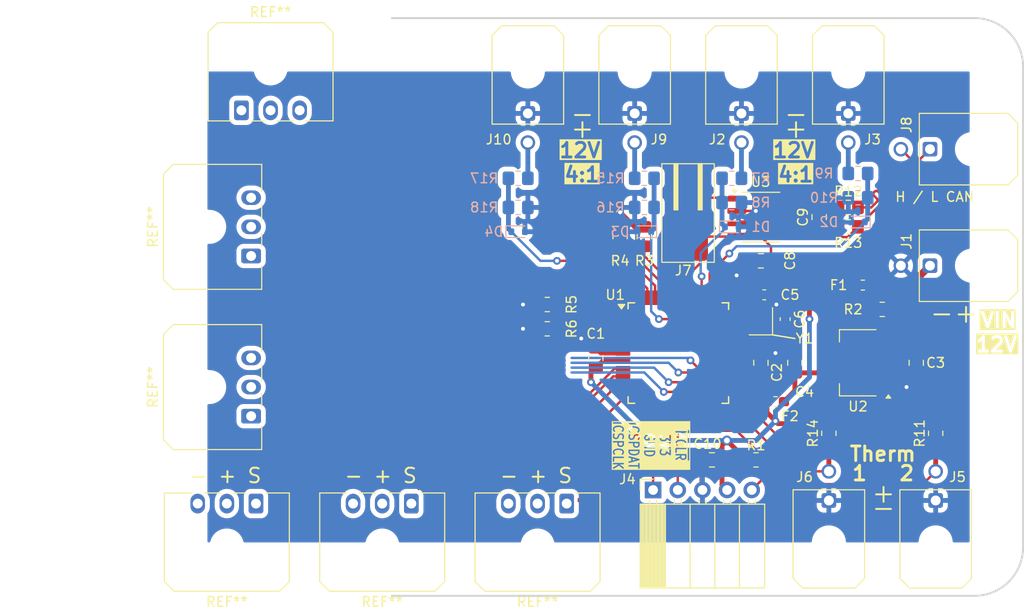
<source format=kicad_pcb>
(kicad_pcb (version 20240108) (generator "pcbnew") (generator_version "8.0")
  (layers (0 "F.Cu" signal) (31 "B.Cu" signal) (34 "B.Paste" user) (35 "F.Paste" user) (36 "B.SilkS" user "B.Silkscreen") (37 "F.SilkS" user "F.Silkscreen") (38 "B.Mask" user) (39 "F.Mask" user) (44 "Edge.Cuts" user))
  (net 0 "")
  (net 1 "GND")
  (net 2 "+3V3")
  (net 3 "/CLK+")
  (net 4 "/CLK-")
  (net 5 "+12V")
  (net 6 "Net-(J2-Pin_2)")
  (net 7 "Net-(J3-Pin_2)")
  (net 8 "Net-(U1-RD2)")
  (net 9 "Net-(U1-RD3)")
  (net 10 "/~{MCLR}")
  (net 11 "/CAN_RX")
  (net 12 "Net-(U1-RD4)")
  (net 13 "Net-(U1-RD5)")
  (net 15 "/ICSPDAT")
  (net 16 "unconnected-(U1-RB5-Pad15)")
  (net 17 "/CAN_TX")
  (net 18 "unconnected-(U1-RC5-Pad43)")
  (net 21 "unconnected-(U1-RA5-Pad24)")
  (net 22 "unconnected-(U1-RA0-Pad19)")
  (net 24 "unconnected-(U1-RB4-Pad14)")
  (net 29 "unconnected-(U1-RB3-Pad11)")
  (net 30 "/ICSPCLK")
  (net 32 "unconnected-(U1-RA2-Pad21)")
  (net 33 "unconnected-(U1-RB2-Pad10)")
  (net 34 "unconnected-(U1-RA1-Pad20)")
  (net 36 "/Unfused 3V3")
  (net 37 "Net-(F1-Pad2)")
  (net 38 "/CAN+")
  (net 39 "/CAN-")
  (net 40 "/Decoupling")
  (net 41 "/4:1 P{slash}D 1")
  (net 42 "/4:1 P{slash}D 2")
  (net 44 "Net-(J1-Pin_1)")
  (net 45 "/Therm 2")
  (net 46 "/Therm 1")
  (net 47 "unconnected-(U1-RB1-Pad9)")
  (net 48 "unconnected-(U1-RB0-Pad8)")
  (net 49 "unconnected-(U1-RC7-Pad1)")
  (net 50 "unconnected-(U1-RC6-Pad44)")
  (net 51 "/4:1 P{slash}D 3")
  (net 52 "/4:1 P{slash}D 4")
  (net 53 "Net-(J9-Pin_2)")
  (net 54 "Net-(J10-Pin_2)")
  (footprint "Resistor_SMD:R_0805_2012Metric_Pad1.20x1.40mm_HandSolder" (layer "F.Cu") (at 136.5 95 180)
    (property "Reference" "R5")
    (property "Value" "0")
  )
  (footprint "Resistor_SMD:R_0805_2012Metric_Pad1.20x1.40mm_HandSolder" (layer "F.Cu") (at 136.5 97.5 180)
    (property "Reference" "R6")
    (property "Value" "0")
  )
  (footprint "Capacitor_SMD:C_0805_2012Metric_Pad1.18x1.45mm_HandSolder" (layer "F.Cu") (at 164.5 86 90)
    (property "Reference" "C9")
    (property "Value" "4n7")
  )
  (footprint "Resistor_SMD:R_0805_2012Metric_Pad1.20x1.40mm_HandSolder" (layer "F.Cu") (at 176.5 108.265 90)
    (property "Reference" "R11")
    (property "Value" "10k")
  )
  (footprint "Connector_Molex:Molex_Micro-Fit_3.0_43045-0200_2x01_P3.00mm_Horizontal" (layer "F.Cu") (at 175.915 79 -90)
    (property "Reference" "J8")
    (property "Value" "Conn_01x02_Pin")
  )
  (footprint "Connector_Molex:Molex_Micro-Fit_3.0_43045-0200_2x01_P3.00mm_Horizontal" (layer "F.Cu") (at 156.5 75.32)
    (property "Reference" "J2")
    (property "Value" "Conn_01x02_Pin")
  )
  (footprint "Package_QFP:TQFP-44_10x10mm_P0.8mm" (layer "F.Cu") (at 150 100)
    (property "Reference" "U1")
    (property "Value" "PIC18F47Q84-I/PT")
  )
  (footprint "Capacitor_SMD:C_0805_2012Metric_Pad1.18x1.45mm_HandSolder" (layer "F.Cu") (at 158.5 101 90)
    (property "Reference" "C2")
    (property "Value" "100n")
  )
  (footprint "Package_TO_SOT_SMD:SOT-223-3_TabPin2" (layer "F.Cu") (at 168.5 101 180)
    (property "Reference" "U2")
    (property "Value" "AZ1117CH-3.3TRG1")
  )
  (footprint "Fuse:Fuse_0603_1608Metric_Pad1.05x0.95mm_HandSolder" (layer "F.Cu") (at 169 93 180)
    (property "Reference" "F1")
    (property "Value" "T0603FF0250TM")
  )
  (footprint "Resistor_SMD:R_0805_2012Metric_Pad1.20x1.40mm_HandSolder" (layer "F.Cu") (at 158 111 180)
    (property "Reference" "R1")
    (property "Value" "10k")
  )
  (footprint "Connector_Molex:Molex_Micro-Fit_3.0_43045-0200_2x01_P3.00mm_Horizontal" (layer "F.Cu") (at 176.5 115.18 180)
    (property "Reference" "J5")
    (property "Value" "Conn_01x02_Pin")
  )
  (footprint "Connector_Molex:Molex_Micro-Fit_3.0_43045-0200_2x01_P3.00mm_Horizontal" (layer "F.Cu") (at 165.5 115.18 180)
    (property "Reference" "J6")
    (property "Value" "Conn_01x02_Pin")
  )
  (footprint "Capacitor_SMD:C_0805_2012Metric_Pad1.18x1.45mm_HandSolder" (layer "F.Cu") (at 153.4625 111 180)
    (property "Reference" "C10")
    (property "Value" "10u")
  )
  (footprint "Capacitor_SMD:C_0603_1608Metric_Pad1.08x0.95mm_HandSolder" (layer "F.Cu") (at 161 96.5 90)
    (property "Reference" "C6")
    (property "Value" "10p")
  )
  (footprint "Resistor_SMD:R_0805_2012Metric_Pad1.20x1.40mm_HandSolder" (layer "F.Cu") (at 167.5 85)
    (property "Reference" "R12")
    (property "Value" "60R")
  )
  (footprint "Connector_Molex:Molex_Micro-Fit_3.0_43045-0200_2x01_P3.00mm_Horizontal" (layer "F.Cu") (at 175.915 91 -90)
    (property "Reference" "J1")
    (property "Value" "Conn_01x02_Pin")
  )
  (footprint "Capacitor_SMD:C_0805_2012Metric_Pad1.18x1.45mm_HandSolder" (layer "F.Cu") (at 174.5 101 -90)
    (property "Reference" "C3")
    (property "Value" "10u")
  )
  (footprint "Connector_Molex:Molex_Micro-Fit_3.0_43650-0300_1x03_P3.00mm_Horizontal" (layer "F.Cu") (at 106 106.5 90)
    (property "Reference" "REF**")
    (property "Value" "Molex_Micro-Fit_3.0_43650-0300_1x03_P3.00mm_Horizontal")
  )
  (footprint "Connector_PinSocket_2.54mm:PinSocket_1x05_P2.54mm_Horizontal" (layer "F.Cu") (at 147.4 114.1 90)
    (property "Reference" "J4")
    (property "Value" "Conn_01x05_Pin")
  )
  (footprint "Connector_Molex:Molex_Micro-Fit_3.0_43045-0200_2x01_P3.00mm_Horizontal" (layer "F.Cu") (at 145.5 75.32)
    (property "Reference" "J9")
    (property "Value" "Conn_01x02_Pin")
  )
  (footprint "Connector_Molex:Molex_Micro-Fit_3.0_43045-0200_2x01_P3.00mm_Horizontal" (layer "F.Cu") (at 134.5 75.32)
    (property "Reference" "J10")
    (property "Value" "Conn_01x02_Pin")
  )
  (footprint "Connector_Molex:Molex_Micro-Fit_3.0_43650-0300_1x03_P3.00mm_Horizontal" (layer "F.Cu") (at 106.5 115.5 180)
    (property "Reference" "REF**")
    (property "Value" "Molex_Micro-Fit_3.0_43650-0300_1x03_P3.00mm_Horizontal")
  )
  (footprint "Fuse:Fuse_0603_1608Metric_Pad1.05x0.95mm_HandSolder" (layer "F.Cu") (at 160 105 180)
    (property "Reference" "F2")
    (property "Value" "T0603FF0250TM")
  )
  (footprint "Resistor_SMD:R_0805_2012Metric_Pad1.20x1.40mm_HandSolder" (layer "F.Cu") (at 171 95.5)
    (property "Reference" "R2")
    (property "Value" "12")
  )
  (footprint "Connector_Molex:Molex_Micro-Fit_3.0_43650-0300_1x03_P3.00mm_Horizontal" (layer "F.Cu") (at 106 90 90)
    (property "Reference" "REF**")
    (property "Value" "Molex_Micro-Fit_3.0_43650-0300_1x03_P3.00mm_Horizontal")
  )
  (footprint "Capacitor_SMD:C_0805_2012Metric_Pad1.18x1.45mm_HandSolder" (layer "F.Cu") (at 158.5 90.5)
    (property "Reference" "C8")
    (property "Value" "100n")
  )
  (footprint "Crystal:Crystal_SMD_SeikoEpson_FA128-4Pin_2.0x1.6mm" (layer "F.Cu") (at 158.5 96.725 90)
    (property "Reference" "Y1")
    (property "Value" "40MHz")
  )
  (footprint "Capacitor_SMD:C_0603_1608Metric_Pad1.08x0.95mm_HandSolder" (layer "F.Cu") (at 158.85 94)
    (property "Reference" "C5")
    (property "Value" "10p")
  )
  (footprint "Connector_Molex:Molex_Micro-Fit_3.0_43650-0300_1x03_P3.00mm_Horizontal" (layer "F.Cu") (at 105 75)
    (property "Reference" "REF**")
    (property "Value" "Molex_Micro-Fit_3.0_43650-0300_1x03_P3.00mm_Horizontal")
  )
  (footprint "Resistor_SMD:R_0805_2012Metric_Pad1.20x1.40mm_HandSolder" (layer "F.Cu") (at 146.5 88 90)
    (property "Reference" "R3")
    (property "Value" "0")
  )
  (footprint "Connector_Molex:Molex_Micro-Fit_3.0_43650-0300_1x03_P3.00mm_Horizontal" (layer "F.Cu") (at 122.5 115.5 180)
    (property "Reference" "REF**")
    (property "Value" "Molex_Micro-Fit_3.0_43650-0300_1x03_P3.00mm_Horizontal")
  )
  (footprint "Capacitor_SMD:C_0805_2012Metric_Pad1.18x1.45mm_HandSolder" (layer "F.Cu") (at 141.5 100.5 90)
    (property "Reference" "C1")
    (property "Value" "100n")
  )
  (footprint "Resistor_SMD:R_0805_2012Metric_Pad1.20x1.40mm_HandSolder" (layer "F.Cu") (at 165.5 108.265 90)
    (property "Reference" "R14")
    (property "Value" "10k")
  )
  (footprint "Resistor_SMD:R_0805_2012Metric_Pad1.20x1.40mm_HandSolder" (layer "F.Cu") (at 144 88 90)
    (property "Reference" "R4")
    (property "Value" "0")
  )
  (footprint "Connector_Molex:Molex_Micro-Fit_3.0_43650-0300_1x03_P3.00mm_Horizontal" (layer "F.Cu") (at 138.5 115.5 180)
    (property "Reference" "REF**")
    (property "Value" "Molex_Micro-Fit_3.0_43650-0300_1x03_P3.00mm_Horizontal")
  )
  (footprint "Capacitor_SMD:C_0805_2012Metric_Pad1.18x1.45mm_HandSolder" (layer "F.Cu") (at 162 101 90)
    (property "Reference" "C4")
    (property "Value" "10u")
  )
  (footprint "Connector_Molex:Molex_Micro-Fit_3.0_43045-0200_2x01_P3.00mm_Horizontal" (layer "F.Cu") (at 167.5 75.32)
    (property "Reference" "J3")
    (property "Value" "Conn_01x02_Pin")
  )
  (footprint "sufst-lib:Conn2_SMD" (layer "F.Cu") (at 151 88)
    (property "Reference" "J7")
    (property "Value" "Conn_01x02_Pin")
  )
  (footprint "Package_SO:SOIC-8_3.9x4.9mm_P1.27mm" (layer "F.Cu") (at 158.5 86)
    (property "Reference" "U3")
    (property "Value" "MAX3051ESA+")
  )
  (footprint "Resistor_SMD:R_0805_2012Metric_Pad1.20x1.40mm_HandSolder" (layer "F.Cu") (at 167.5 87 180)
    (property "Reference" "R13")
    (property "Value" "60R")
  )
  (footprint "Resistor_SMD:R_0805_2012Metric_Pad1.20x1.40mm_HandSolder" (layer "B.Cu") (at 133.5 85 180)
    (property "Reference" "R18")
    (property "Value" "10k")
  )
  (footprint "Diode_SMD:D_SOD-523" (layer "B.Cu") (at 155.5 87)
    (property "Reference" "D1")
    (property "Value" "BZT585B3V3T-7")
  )
  (footprint "Resistor_SMD:R_0805_2012Metric_Pad1.20x1.40mm_HandSolder" (layer "B.Cu") (at 168.5 81.5 180)
    (property "Reference" "R9")
    (property "Value" "40k")
  )
  (footprint "Diode_SMD:D_SOD-523" (layer "B.Cu") (at 133.5 87.5)
    (property "Reference" "D4")
    (property "Value" "BZT585B3V3T-7")
  )
  (footprint "Resistor_SMD:R_0805_2012Metric_Pad1.20x1.40mm_HandSolder" (layer "B.Cu") (at 155.5 82)
    (property "Reference" "R7")
    (property "Value" "40k")
  )
  (footprint "Diode_SMD:D_SOD-523" (layer "B.Cu") (at 146.5 87.5 180)
    (property "Reference" "D3")
    (property "Value" "BZT585B3V3T-7")
  )
  (footprint "Resistor_SMD:R_0805_2012Metric_Pad1.20x1.40mm_HandSolder" (layer "B.Cu") (at 155.5 84.5 180)
    (property "Reference" "R8")
    (property "Value" "10k")
  )
  (footprint "Resistor_SMD:R_0805_2012Metric_Pad1.20x1.40mm_HandSolder" (layer "B.Cu") (at 133.5 82)
    (property "Reference" "R17")
    (property "Value" "40k")
  )
  (footprint "Resistor_SMD:R_0805_2012Metric_Pad1.20x1.40mm_HandSolder" (layer "B.Cu") (at 146.5 85)
    (property "Reference" "R16")
    (property "Value" "10k")
  )
  (footprint "Diode_SMD:D_SOD-523" (layer "B.Cu") (at 168.5 86.5 180)
    (property "Reference" "D2")
    (property "Value" "BZT585B3V3T-7")
  )
  (footprint "Resistor_SMD:R_0805_2012Metric_Pad1.20x1.40mm_HandSolder" (layer "B.Cu") (at 168.5 84)
    (property "Reference" "R10")
    (property "Value" "10k")
  )
  (footprint "Resistor_SMD:R_0805_2012Metric_Pad1.20x1.40mm_HandSolder" (layer "B.Cu") (at 146.5 82 180)
    (property "Reference" "R15")
    (property "Value" "40k")
  )
  (gr_line (start 162 98.5) (end 159.7 98.125) (stroke (width 0.15)) (layer "F.SilkS"))
  (gr_arc (start 180.5 65.5) (mid 184.035534 66.964466) (end 185.5 70.5) (stroke (width 0.2)) (layer "Edge.Cuts"))
  (gr_line (start 180.5 125) (end 120.5 125) (stroke (width 0.2)) (layer "Edge.Cuts"))
  (gr_line (start 185.5 70.5) (end 185.5 120) (stroke (width 0.2)) (layer "Edge.Cuts"))
  (gr_arc (start 185.5 120) (mid 184.035534 123.535534) (end 180.5 125) (stroke (width 0.2)) (layer "Edge.Cuts"))
  (gr_line (start 180.5 65.5) (end 120.5 65.5) (stroke (width 0.2)) (layer "Edge.Cuts"))
  (gr_text "+" (at 138.75 78 0) (layer "F.SilkS") (effects (font (size 2 2) (thickness 0.2) (bold yes)) (justify left bottom)))
  (gr_text "- + S" (at 131.5 113.5 0) (layer "F.SilkS") (effects (font (size 1.5 1.5) (thickness 0.2) (bold yes)) (justify left bottom)))
  (gr_text "-" (at 138.75 76.5 0) (layer "F.SilkS") (effects (font (size 2 2) (thickness 0.2) (bold yes)) (justify left bottom)))
  (gr_text "+" (at 172.5 113.535 180) (layer "F.SilkS") (effects (font (size 2 2) (thickness 0.2) (bold yes)) (justify left bottom)))
  (gr_text "~{MCLR}\n3V3\nGND\nICSPDAT\nICSPCLK" (at 147 109.5 -90) (layer "F.SilkS" knockout) (effects (font (size 1 0.8) (thickness 0.15) (bold yes))))
  (gr_text "VIN" (at 181 97.5 0) (layer "F.SilkS" knockout) (effects (font (size 1.5 1.5) (thickness 0.3) (bold yes)) (justify left bottom)))
  (gr_text "+" (at 181 95 180) (layer "F.SilkS") (effects (font (size 2 2) (thickness 0.2) (bold yes)) (justify left bottom)))
  (gr_text "Therm" (at 167.5 111.265 0) (layer "F.SilkS") (effects (font (size 1.5 1.5) (thickness 0.3) (bold yes)) (justify left bottom)))
  (gr_text "+" (at 160.75 78 0) (layer "F.SilkS") (effects (font (size 2 2) (thickness 0.2) (bold yes)) (justify left bottom)))
  (gr_text "12V" (at 159.6 80 0) (layer "F.SilkS" knockout) (effects (font (size 1.5 1.5) (thickness 0.3) (bold yes)) (justify left bottom)))
  (gr_text "-" (at 160.75 76.5 0) (layer "F.SilkS") (effects (font (size 2 2) (thickness 0.2) (bold yes)) (justify left bottom)))
  (gr_text "4:1" (at 138.1 82.5 0) (layer "F.SilkS" knockout) (effects (font (size 1.5 1.5) (thickness 0.3) (bold yes)) (justify left bottom)))
  (gr_text "4:1" (at 160.1 82.5 0) (layer "F.SilkS" knockout) (effects (font (size 1.5 1.5) (thickness 0.3) (bold yes)) (justify left bottom)))
  (gr_text "- + S" (at 99.5 113.5 0) (layer "F.SilkS") (effects (font (size 1.5 1.5) (thickness 0.2) (bold yes)) (justify left bottom)))
  (gr_text "- + S" (at 115.5 113.5 0) (layer "F.SilkS") (effects (font (size 1.5 1.5) (thickness 0.2) (bold yes)) (justify left bottom)))
  (gr_text "12V" (at 180.5 100 0) (layer "F.SilkS" knockout) (effects (font (size 1.5 1.5) (thickness 0.3) (bold yes)) (justify left bottom)))
  (gr_text "-" (at 172.5 115.035 180) (layer "F.SilkS") (effects (font (size 2 2) (thickness 0.2) (bold yes)) (justify left bottom)))
  (gr_text "H / L CAN" (at 172.25 84.5 0) (layer "F.SilkS") (effects (font (size 1 1)) (justify left bottom)))
  (gr_text "12V" (at 137.6 80 0) (layer "F.SilkS" knockout) (effects (font (size 1.5 1.5) (thickness 0.3) (bold yes)) (justify left bottom)))
  (gr_text "1   2" (at 167.75 113.265 0) (layer "F.SilkS") (effects (font (size 1.5 1.5) (thickness 0.3) (bold yes)) (justify left bottom)))
  (gr_text "-" (at 178.5 95 180) (layer "F.SilkS") (effects (font (size 2 2) (thickness 0.2) (bold yes)) (justify left bottom)))
  (segment (start 160.1 94.3875) (end 159.7125 94) (width 0.25) (layer "F.Cu") (net 1))
  (segment (start 155.7 99.2) (end 157.7375 99.2) (width 0.5) (layer "F.Cu") (net 1))
  (segment (start 156 91.9625) (end 157.4625 90.5) (width 0.5) (layer "F.Cu") (net 1))
  (segment (start 171.85 103.5) (end 171.65 103.3) (width 0.75) (layer "F.Cu") (net 1))
  (segment (start 152.425 114.045) (end 152.48 114.1) (width 0.5) (layer "F.Cu") (net 1))
  (segment (start 163.53625 85.92625) (end 164.5 84.9625) (width 0.25) (layer "F.Cu") (net 1))
  (segment (start 163.4725 85.99) (end 158.6 85.99) (width 0.25) (layer "F.Cu") (net 1))
  (segment (start 160.1 95) (end 160.1 94.3875) (width 0.25) (layer "F.Cu") (net 1))
  (segment (start 160.1 95) (end 160.7375 95.6375) (width 0.25) (layer "F.Cu") (net 1))
  (segment (start 160.075 95) (end 160.1 95) (width 0.25) (layer "F.Cu") (net 1))
  (segment (start 160 100) (end 159.9625 99.9625) (width 0.5) (layer "F.Cu") (net 1))
  (segment (start 157.975 85.365) (end 159.245 84.095) (width 0.25) (layer "F.Cu") (net 1))
  (segment (start 142.0375 100) (end 141.5 99.4625) (width 0.5) (layer "F.Cu") (net 1))
  (segment (start 162 99.9625) (end 160.0375 99.9625) (width 0.5) (layer "F.Cu") (net 1))
  (segment (start 160.0375 99.9625) (end 160 100) (width 0.5) (layer "F.Cu") (net 1))
  (segment (start 159.075 95.922304) (end 159.075 95.775) (width 0.2) (layer "F.Cu") (net 1))
  (segment (start 174.5 102.5) (end 174.5 102.0375) (width 0.75) (layer "F.Cu") (net 1))
  (segment (start 163.4625 86) (end 163.53625 85.92625) (width 0.25) (layer "F.Cu") (net 1))
  (segment (start 158.6 85.99) (end 157.975 85.365) (width 0.25) (layer "F.Cu") (net 1))
  (segment (start 159.075 95.775) (end 159.225 95.775) (width 0.2) (layer "F.Cu") (net 1))
  (segment (start 157.925 97.45) (end 157.925 97.33266) (width 0.2) (layer "F.Cu") (net 1))
  (segment (start 157.925 97.33266) (end 159.075 96.18266) (width 0.2) (layer "F.Cu") (net 1))
  (segment (start 135.5 95) (end 134 95) (width 0.5) (layer "F.Cu") (net 1))
  (segment (start 173.5 103.5) (end 174.5 102.5) (width 0.75) (layer "F.Cu") (net 1))
  (segment (start 156 92) (end 156 91.9625) (width 0.5) (layer "F.Cu") (net 1))
  (segment (start 156.025 85.365) (end 157.975 85.365) (width 0.25) (layer "F.Cu") (net 1))
  (segment (start 157.7375 99.2) (end 158.5 99.9625) (width 0.5) (layer "F.Cu") (net 1))
  (segment (start 144.3 100) (end 142.0375 100) (width 0.5) (layer "F.Cu") (net 1))
  (segment (start 140.9625 99.4625) (end 141.5 99.4625) (width 0.5) (layer "F.Cu") (net 1))
  (segment (start 152.425 111) (end 152.425 114.045) (width 0.5) (layer "F.Cu") (net 1))
  (segment (start 173.5 103.5) (end 171.85 103.5) (width 0.75) (layer "F.Cu") (net 1))
  (segment (start 135.5 97.5) (end 134 97.5) (width 0.5) (layer "F.Cu") (net 1))
  (segment (start 159.075 96) (end 160.075 95) (width 0.25) (layer "F.Cu") (net 1))
  (segment (start 159.9625 99.9625) (end 158.5 99.9625) (width 0.5) (layer "F.Cu") (net 1))
  (segment (start 144 87) (end 144 85.5) (width 0.5) (layer "F.Cu") (net 1))
  (segment (start 159.075 96.18266) (end 159.075 96) (width 0.2) (layer "F.Cu") (net 1))
  (segment (start 140 98.5) (end 140.9625 99.4625) (width 0.5) (layer "F.Cu") (net 1))
  (segment (start 163.53625 85.92625) (end 163.4725 85.99) (width 0.25) (layer "F.Cu") (net 1))
  (segment (start 160.7375 95.6375) (end 161 95.6375) (width 0.25) (layer "F.Cu") (net 1))
  (segment (start 146.5 87) (end 145.5 87) (width 0.5) (layer "F.Cu") (net 1))
  (segment (start 159.245 84.095) (end 160.975 84.095) (width 0.25) (layer "F.Cu") (net 1))
  (segment (start 145.5 87) (end 144 85.5) (width 0.5) (layer "F.Cu") (net 1))
  (segment (start 159.075 95.775) (end 159.075 95.927696) (width 0.25) (layer "F.Cu") (net 1))
  (via (at 156 92) (size 0.8) (drill 0.4) (layers "F.Cu" "B.Cu") (net 1))
  (via (at 157.975 85.365) (size 0.8) (drill 0.4) (layers "F.Cu" "B.Cu") (net 1))
  (via (at 140 98.5) (size 0.8) (drill 0.4) (layers "F.Cu" "B.Cu") (net 1))
  (via (at 160 100) (size 0.8) (drill 0.4) (layers "F.Cu" "B.Cu") (net 1))
  (via (at 134 97.5) (size 0.8) (drill 0.4) (layers "F.Cu" "B.Cu") (net 1))
  (via (at 173.5 103.5) (size 0.8) (drill 0.4) (layers "F.Cu" "B.Cu") (net 1))
  (via (at 134 95) (size 0.8) (drill 0.4) (layers "F.Cu" "B.Cu") (net 1))
  (via (at 144 85.5) (size 0.8) (drill 0.4) (layers "F.Cu" "B.Cu") (net 1))
  (via (at 160.1 95) (size 0.8) (drill 0.4) (layers "F.Cu" "B.Cu") (net 1))
  (segment (start 140.999847 102.999847) (end 140.999847 102.037653) (width 0.5) (layer "F.Cu") (net 2))
  (segment (start 155.7 100) (end 156.8875 100) (width 0.5) (layer "F.Cu") (net 2))
  (segment (start 141.5 101.5375) (end 142.2375 100.8) (width 0.5) (layer "F.Cu") (net 2))
  (segment (start 158.5 102.0375) (end 158.5 104.375) (width 0.5) (layer "F.Cu") (net 2))
  (segment (start 158.512653 102.050153) (end 158.5 102.0375) (width 0.5) (layer "F.Cu") (net 2))
  (segment (start 159.5375 89.0375) (end 157.135 86.635) (width 0.25) (layer "F.Cu") (net 2))
  (segment (start 162 90.5) (end 163.5 92) (width 0.5) (layer "F.Cu") (net 2))
  (segment (start 155 109) (end 157 111) (width 0.5) (layer "F.Cu") (net 2))
  (segment (start 154.5 109.5) (end 155 109) (width 0.5) (layer "F.Cu") (net 2))
  (segment (start 159.5375 90.5) (end 159.5375 89.0375) (width 0.25) (layer "F.Cu") (net 2))
  (segment (start 159.5375 90.5) (end 162 90.5) (width 0.5) (layer "F.Cu") (net 2))
  (segment (start 160.265 107.265) (end 165.5 107.265) (width 0.5) (layer "F.Cu") (net 2))
  (segment (start 158.5 102.0375) (end 158.5 102) (width 0.5) (layer "F.Cu") (net 2))
  (segment (start 157.325 100.4375) (end 157.325 100.8625) (width 0.5) (layer "F.Cu") (net 2))
  (segment (start 142.2375 100.8) (end 144.3 100.8) (width 0.5) (layer "F.Cu") (net 2))
  (segment (start 159.125 106.125) (end 160 107) (width 0.5) (layer "F.Cu") (net 2))
  (segment (start 176.5 107.265) (end 165.5 107.265) (width 0.5) (layer "F.Cu") (net 2))
  (segment (start 155.02 114.1) (end 154.5 113.58) (width 0.5) (layer "F.Cu") (net 2))
  (segment (start 163.5 92) (end 163.5 96.5) (width 0.5) (layer "F.Cu") (net 2))
  (segment (start 157.325 100.8625) (end 158.5 102.0375) (width 0.5) (layer "F.Cu") (net 2))
  (segment (start 154.5 111) (end 154.5 109.5) (width 0.5) (layer "F.Cu") (net 2))
  (segment (start 140.999847 102.037653) (end 141.5 101.5375) (width 0.5) (layer "F.Cu") (net 2))
  (segment (start 160 107) (end 160.265 107.265) (width 0.5) (layer "F.Cu") (net 2))
  (segment (start 159.125 105) (end 159.125 106.125) (width 0.5) (layer "F.Cu") (net 2))
  (segment (start 158.5 104.375) (end 159.125 105) (width 0.5) (layer "F.Cu") (net 2))
  (segment (start 154.5 113.58) (end 154.5 111) (width 0.5) (layer "F.Cu") (net 2))
  (segment (start 157.135 86.635) (end 156.025 86.635) (width 0.25) (layer "F.Cu") (net 2))
  (segment (start 156.8875 100) (end 157.325 100.4375) (width 0.5) (layer "F.Cu") (net 2))
  (via (at 163.5 96.5) (size 0.8) (drill 0.4) (layers "F.Cu" "B.Cu") (net 2))
  (via (at 155 109) (size 1) (drill 0.6) (layers "F.Cu" "B.Cu") (net 2))
  (via (at 160 107) (size 0.8) (drill 0.4) (layers "F.Cu" "B.Cu") (net 2))
  (via (at 140.999847 102.999847) (size 0.8) (drill 0.4) (layers "F.Cu" "B.Cu") (net 2))
  (segment (start 147 109) (end 155 109) (width 0.5) (layer "B.Cu") (net 2))
  (segment (start 140.999847 102.999847) (end 147 109) (width 0.5) (layer "B.Cu") (net 2))
  (segment (start 163.5 102.5) (end 163.5 96.5) (width 0.5) (layer "B.Cu") (net 2))
  (segment (start 160 106) (end 163.5 102.5) (width 0.5) (layer "B.Cu") (net 2))
  (segment (start 158 109) (end 155 109) (width 0.5) (layer "B.Cu") (net 2))
  (segment (start 160 107) (end 158 109) (width 0.5) (layer "B.Cu") (net 2))
  (segment (start 160 107) (end 160 106) (width 0.5) (layer "B.Cu") (net 2))
  (segment (start 157.585588 96) (end 157.295198 95.70961) (width 0.2) (layer "F.Cu") (net 3))
  (segment (start 156.75 97.5) (end 156.65 97.6) (width 0.2) (layer "F.Cu") (net 3))
  (segment (start 157.925 96) (end 157.925 94.0625) (width 0.2) (layer "F.Cu") (net 3))
  (segment (start 157.925 94.0625) (end 157.9875 94) (width 0.2) (layer "F.Cu") (net 3))
  (segment (start 156.955787 95.70961) (end 156.870934 95.794462) (width 0.2) (layer "F.Cu") (net 3))
  (segment (start 156.870934 96.133874) (end 157.161323 96.424263) (width 0.2) (layer "F.Cu") (net 3))
  (segment (start 156.775411 97.149589) (end 157.161323 96.763674) (width 0.2) (layer "F.Cu") (net 3))
  (segment (start 156.65 97.6) (end 155.7 97.6) (width 0.2) (layer "F.Cu") (net 3))
  (segment (start 156.775411 97.149589) (end 156.75 97.175) (width 0.2) (layer "F.Cu") (net 3))
  (segment (start 156.75 97.175) (end 156.75 97.5) (width 0.2) (layer "F.Cu") (net 3))
  (arc (start 157.161323 96.424263) (mid 157.231617 96.593969) (end 157.161323 96.763674) (width 0.2) (layer "F.Cu") (net 3))
  (arc (start 156.870934 95.794462) (mid 156.800639 95.964168) (end 156.870934 96.133874) (width 0.2) (layer "F.Cu") (net 3))
  (arc (start 157.295198 95.70961) (mid 157.125493 95.639315) (end 156.955787 95.70961) (width 0.2) (layer "F.Cu") (net 3))
  (arc (start 157.925 96) (mid 157.755294 96.070295) (end 157.585588 96) (width 0.2) (layer "F.Cu") (net 3))
  (segment (start 158.9 98.4) (end 155.7 98.4) (width 0.25) (layer "F.Cu") (net 4))
  (segment (start 159.075 98.225) (end 158.9 98.4) (width 0.25) (layer "F.Cu") (net 4))
  (segment (start 159.075 97.225) (end 159.075 98.225) (width 0.25) (layer "F.Cu") (net 4))
  (segment (start 160.9125 97.45) (end 161 97.3625) (width 0.2) (layer "F.Cu") (net 4))
  (segment (start 159.075 97.45) (end 160.9125 97.45) (width 0.2) (layer "F.Cu") (net 4))
  (segment (start 175.5 98.9625) (end 174.5 99.9625) (width 0.75) (layer "F.Cu") (net 5))
  (segment (start 172 95.5) (end 174.5 95.5) (width 0.75) (layer "F.Cu") (net 5))
  (segment (start 174.5 99.9625) (end 173.2375 98.7) (width 0.75) (layer "F.Cu") (net 5))
  (segment (start 174.5 95.5) (end 175.5 96.5) (width 0.75) (layer "F.Cu") (net 5))
  (segment (start 173.2375 98.7) (end 171.65 98.7) (width 0.75) (layer "F.Cu") (net 5))
  (segment (start 175.5 96.5) (end 175.5 98.9625) (width 0.75) (layer "F.Cu") (net 5))
  (segment (start 156.5 78.585) (end 156.5 82) (width 0.5) (layer "B.Cu") (net 6))
  (segment (start 167.5 78.32) (end 167.5 81.5) (width 0.5) (layer "B.Cu") (net 7))
  (segment (start 149.2 92.7) (end 146.5 90) (width 0.25) (layer "F.Cu") (net 8))
  (segment (start 146 89) (end 146.5 89) (width 0.25) (layer "F.Cu") (net 8))
  (segment (start 146.5 90) (end 146.5 89) (width 0.25) (layer "F.Cu") (net 8))
  (segment (start 149.2 94.3) (end 149.2 92.7) (width 0.25) (layer "F.Cu") (net 8))
  (segment (start 144.5 89) (end 144 89) (width 0.25) (layer "F.Cu") (net 9))
  (segment (start 148.4 92.9) (end 144.5 89) (width 0.25) (layer "F.Cu") (net 9))
  (segment (start 148.4 94.3) (end 148.4 92.9) (width 0.25) (layer "F.Cu") (net 9))
  (segment (start 157.56 114.1) (end 159 112.66) (width 0.25) (layer "F.Cu") (net 10))
  (segment (start 159 112.66) (end 159 111) (width 0.25) (layer "F.Cu") (net 10))
  (segment (start 150.8 107.3) (end 150.8 105.7) (width 0.25) (layer "F.Cu") (net 10))
  (segment (start 159 111) (end 156 108) (width 0.25) (layer "F.Cu") (net 10))
  (segment (start 151.5 108) (end 150.8 107.3) (width 0.25) (layer "F.Cu") (net 10))
  (segment (start 156 108) (end 151.5 108) (width 0.25) (layer "F.Cu") (net 10))
  (segment (start 150.8 92.2) (end 152.25 90.75) (width 0.25) (layer "F.Cu") (net 11))
  (segment (start 152.25 90.75) (end 152.25 88) (width 0.25) (layer "F.Cu") (net 11))
  (segment (start 152.25 88) (end 155.93 88) (width 0.25) (layer "F.Cu") (net 11))
  (segment (start 150.8 94.3) (end 150.8 92.2) (width 0.25) (layer "F.Cu") (net 11))
  (segment (start 155.93 88) (end 156.025 87.905) (width 0.25) (layer "F.Cu") (net 11))
  (segment (start 138 95) (end 137.5 95) (width 0.25) (layer "F.Cu") (net 12))
  (segment (start 139.3 96.8) (end 144.3 96.8) (width 0.25) (layer "F.Cu") (net 12))
  (segment (start 137.5 95) (end 139.3 96.8) (width 0.25) (layer "F.Cu") (net 12))
  (segment (start 137.5 97.5) (end 138 97.5) (width 0.25) (layer "F.Cu") (net 13))
  (segment (start 137.5 97.5) (end 137.6 97.6) (width 0.25) (layer "F.Cu") (net 13))
  (segment (start 137.6 97.6) (end 144.3 97.6) (width 0.25) (layer "F.Cu") (net 13))
  (segment (start 138 97.5) (end 138.1 97.6) (width 0.25) (layer "F.Cu") (net 13))
  (segment (start 149.94 114.1) (end 149.94 105.76) (width 0.25) (layer "F.Cu") (net 15))
  (segment (start 149.94 105.76) (end 150 105.7) (width 0.25) (layer "F.Cu") (net 15))
  (segment (start 148.4 106.411396) (end 139.75 115.061396) (width 0.25) (layer "F.Cu") (net 16))
  (segment (start 148.4 105.7) (end 148.4 106.411396) (width 0.25) (layer "F.Cu") (net 16))
  (segment (start 139.75 115.061396) (end 139.75 115.25) (width 0.25) (layer "F.Cu") (net 16))
  (segment (start 149.75 88) (end 149.75 85.500001) (width 0.25) (layer "F.Cu") (net 17))
  (segment (start 155.93 84) (end 156.025 84.095) (width 0.25) (layer "F.Cu") (net 17))
  (segment (start 150 94.3) (end 150 93.5) (width 0.25) (layer "F.Cu") (net 17))
  (segment (start 149.75 93.25) (end 149.75 88) (width 0.25) (layer "F.Cu") (net 17))
  (segment (start 150 93.5) (end 149.75 93.25) (width 0.25) (layer "F.Cu") (net 17))
  (segment (start 150.25 85.500001) (end 151.750001 84) (width 0.25) (layer "F.Cu") (net 17))
  (segment (start 151.750002 84) (end 155.93 84) (width 0.25) (layer "F.Cu") (net 17))
  (segment (start 146.8 94.3) (end 146.8 93.348896) (width 0.25) (layer "F.Cu") (net 18))
  (segment (start 140 91.5) (end 133.5 91.5) (width 0.25) (layer "F.Cu") (net 18))
  (segment (start 146.8 93.348896) (end 144.951104 91.5) (width 0.25) (layer "F.Cu") (net 18))
  (segment (start 133.5 91.5) (end 130.5 88.5) (width 0.25) (layer "F.Cu") (net 18))
  (segment (start 144.951104 91.5) (end 140 91.5) (width 0.25) (layer "F.Cu") (net 18))
  (segment (start 151.25 100.75) (end 153.5 103) (width 0.25) (layer "F.Cu") (net 21))
  (segment (start 155.5 103) (end 155.7 103.2) (width 0.25) (layer "F.Cu") (net 21))
  (segment (start 153.5 103) (end 155.5 103) (width 0.25) (layer "F.Cu") (net 21))
  (via (at 151.25 100.75) (size 0.8) (drill 0.4) (layers "F.Cu" "B.Cu") (net 21))
  (segment (start 151 100.5) (end 139 100.5) (width 0.25) (layer "B.Cu") (net 21))
  (segment (start 151.25 100.75) (end 151 100.5) (width 0.25) (layer "B.Cu") (net 21))
  (segment (start 150.775 104) (end 151.6 104.825) (width 0.25) (layer "F.Cu") (net 22))
  (segment (start 148.5 104) (end 150.775 104) (width 0.25) (layer "F.Cu") (net 22))
  (segment (start 151.6 104.825) (end 151.6 105.7) (width 0.25) (layer "F.Cu") (net 22))
  (via (at 148.5 104) (size 0.8) (drill 0.4) (layers "F.Cu" "B.Cu") (net 22))
  (segment (start 148.5 104) (end 146.5 102) (width 0.25) (layer "B.Cu") (net 22))
  (segment (start 146.5 102) (end 139 102) (width 0.25) (layer "B.Cu") (net 22))
  (segment (start 147.6 105.7) (end 147.6 106.575) (width 0.25) (layer "F.Cu") (net 24))
  (segment (start 145.675 108.5) (end 128.75 108.5) (width 0.25) (layer "F.Cu") (net 24))
  (segment (start 128.75 108.5) (end 123.25 114) (width 0.25) (layer "F.Cu") (net 24))
  (segment (start 147.6 106.575) (end 145.675 108.5) (width 0.25) (layer "F.Cu") (net 24))
  (segment (start 144.3 104) (end 144.3 104.7) (width 0.25) (layer "F.Cu") (net 29))
  (segment (start 142.5 106.5) (end 141.5 107.5) (width 0.25) (layer "F.Cu") (net 29))
  (segment (start 144.3 104.7) (end 142.5 106.5) (width 0.25) (layer "F.Cu") (net 29))
  (segment (start 141.5 107.5) (end 139.5 107.5) (width 0.25) (layer "F.Cu") (net 29))
  (segment (start 149.2 110.488604) (end 149.2 106.988604) (width 0.25) (layer "F.Cu") (net 30))
  (segment (start 147.4 112.288604) (end 149.2 110.488604) (width 0.25) (layer "F.Cu") (net 30))
  (segment (start 149.2 106.988604) (end 149.2 105.7) (width 0.25) (layer "F.Cu") (net 30))
  (segment (start 147.4 114.1) (end 147.4 112.288604) (width 0.25) (layer "F.Cu") (net 30))
  (segment (start 151.15 102) (end 153.2 104.05) (width 0.25) (layer "F.Cu") (net 32))
  (segment (start 153.2 104.05) (end 153.2 105.7) (width 0.25) (layer "F.Cu") (net 32))
  (segment (start 150 102) (end 151.15 102) (width 0.25) (layer "F.Cu") (net 32))
  (via (at 150 102) (size 0.8) (drill 0.4) (layers "F.Cu" "B.Cu") (net 32))
  (segment (start 150 102) (end 149 101) (width 0.25) (layer "B.Cu") (net 32))
  (segment (start 149 101) (end 139 101) (width 0.25) (layer "B.Cu") (net 32))
  (segment (start 143.425 103.2) (end 143 103.625) (width 0.25) (layer "F.Cu") (net 33))
  (segment (start 143 103.625) (end 143 104) (width 0.25) (layer "F.Cu") (net 33))
  (segment (start 140.5 106.5) (end 139.5 106.5) (width 0.25) (layer "F.Cu") (net 33))
  (segment (start 143 104) (end 140.5 106.5) (width 0.25) (layer "F.Cu") (net 33))
  (segment (start 144.3 103.2) (end 143.425 103.2) (width 0.25) (layer "F.Cu") (net 33))
  (segment (start 151 103) (end 152.4 104.4) (width 0.25) (layer "F.Cu") (net 34))
  (segment (start 152.4 104.4) (end 152.4 105.7) (width 0.25) (layer "F.Cu") (net 34))
  (segment (start 149 103) (end 151 103) (width 0.25) (layer "F.Cu") (net 34))
  (via (at 149 103) (size 0.8) (drill 0.4) (layers "F.Cu" "B.Cu") (net 34))
  (segment (start 147.5 101.5) (end 139 101.5) (width 0.25) (layer "B.Cu") (net 34))
  (segment (start 149 103) (end 147.5 101.5) (width 0.25) (layer "B.Cu") (net 34))
  (segment (start 164.3125 102.0375) (end 165.35 101) (width 0.5) (layer "F.Cu") (net 36))
  (segment (start 160.875 105) (end 162 103.875) (width 0.5) (layer "F.Cu") (net 36))
  (segment (start 171.65 101) (end 165.35 101) (width 0.75) (layer "F.Cu") (net 36))
  (segment (start 162 102.0375) (end 164.3125 102.0375) (width 0.5) (layer "F.Cu") (net 36))
  (segment (start 162 103.875) (end 162 102.0375) (width 0.5) (layer "F.Cu") (net 36))
  (segment (start 170 95.5) (end 168.125 93.625) (width 0.75) (layer "F.Cu") (net 37))
  (segment (start 168.125 93.625) (end 168.125 93) (width 0.75) (layer "F.Cu") (net 37))
  (segment (start 170.566081 83.364395) (end 170.86294 83.661254) (width 0.25) (layer "F.Cu") (net 38))
  (segment (start 162.437501 85.365) (end 163.852501 83.95) (width 0.25) (layer "F.Cu") (net 38))
  (segment (start 163.852501 83.95) (end 167.45 83.95) (width 0.25) (layer "F.Cu") (net 38))
  (segment (start 174.189999 80.274999) (end 172.915 79) (width 0.25) (layer "F.Cu") (net 38))
  (segment (start 160.975 85.365) (end 162.437501 85.365) (width 0.25) (layer "F.Cu") (net 38))
  (segment (start 172.167998 82.695605) (end 174.189999 80.673604) (width 0.25) (layer "F.Cu") (net 38))
  (segment (start 174.189999 80.673604) (end 174.189999 80.274999) (width 0.25) (layer "F.Cu") (net 38))
  (segment (start 168.5 85) (end 169.863603 85) (width 0.25) (layer "F.Cu") (net 38))
  (segment (start 170.438674 84.085518) (end 170.141816 83.78866) (width 0.25) (layer "F.Cu") (net 38))
  (segment (start 169.863603 85) (end 170.438673 84.42493) (width 0.25) (layer "F.Cu") (net 38))
  (segment (start 171.287203 83.576401) (end 172.167998 82.695605) (width 0.25) (layer "F.Cu") (net 38))
  (segment (start 171.202352 83.661254) (end 171.287203 83.576401) (width 0.25) (layer "F.Cu") (net 38))
  (segment (start 170.141816 83.449248) (end 170.226669 83.364396) (width 0.25) (layer "F.Cu") (net 38))
  (segment (start 167.45 83.95) (end 168.5 85) (width 0.25) (layer "F.Cu") (net 38))
  (arc (start 170.86294 83.661254) (mid 171.032645 83.73155) (end 171.202352 83.661254) (width 0.25) (layer "F.Cu") (net 38))
  (arc (start 170.438673 84.42493) (mid 170.508968 84.255224) (end 170.438674 84.085518) (width 0.25) (layer "F.Cu") (net 38))
  (arc (start 170.141816 83.78866) (mid 170.07152 83.618955) (end 170.141816 83.449248) (width 0.25) (layer "F.Cu") (net 38))
  (arc (start 170.226669 83.364396) (mid 170.396376 83.2941) (end 170.566081 83.364395) (width 0.25) (layer "F.Cu") (net 38))
  (segment (start 174.640001 80.859999) (end 174.640001 80.274999) (width 0.25) (layer "F.Cu") (net 39))
  (segment (start 168.5 87) (end 174.640001 80.859999) (width 0.25) (layer "F.Cu") (net 39))
  (segment (start 174.640001 80.274999) (end 175.915 79) (width 0.25) (layer "F.Cu") (net 39))
  (segment (start 168.5 87) (end 168.95 86.55) (width 0.2) (layer "F.Cu") (net 39))
  (segment (start 162.437501 86.635) (end 163.852501 88.05) (width 0.25) (layer "F.Cu") (net 39))
  (segment (start 163.852501 88.05) (end 167.45 88.05) (width 0.25) (layer "F.Cu") (net 39))
  (segment (start 160.975 86.635) (end 162.437501 86.635) (width 0.25) (layer "F.Cu") (net 39))
  (segment (start 167.45 88.05) (end 168.5 87) (width 0.25) (layer "F.Cu") (net 39))
  (segment (start 164.5375 87) (end 164.5 87.0375) (width 0.25) (layer "F.Cu") (net 40))
  (segment (start 166.5 87) (end 164.5375 87) (width 0.25) (layer "F.Cu") (net 40))
  (segment (start 166.5 85) (end 164.5 87) (width 0.25) (layer "F.Cu") (net 40))
  (segment (start 164.5 87) (end 164.5 87.0375) (width 0.25) (layer "F.Cu") (net 40))
  (segment (start 152.4 92.1) (end 152.4 94.3) (width 0.25) (layer "F.Cu") (net 41))
  (via (at 152.4 92.1) (size 0.8) (drill 0.4) (layers "F.Cu" "B.Cu") (net 41))
  (segment (start 152.3 89.7) (end 152.3 92) (width 0.25) (layer "B.Cu") (net 41))
  (segment (start 154.5 82) (end 154.5 84.5) (width 0.5) (layer "B.Cu") (net 41))
  (segment (start 152.3 92) (end 152.4 92.1) (width 0.25) (layer "B.Cu") (net 41))
  (segment (start 154.8 87) (end 154.5 86.7) (width 0.5) (layer "B.Cu") (net 41))
  (segment (start 154.8 87.2) (end 152.3 89.7) (width 0.25) (layer "B.Cu") (net 41))
  (segment (start 154.8 87) (end 154.8 87.2) (width 0.25) (layer "B.Cu") (net 41))
  (segment (start 154.5 86.7) (end 154.5 84.5) (width 0.5) (layer "B.Cu") (net 41))
  (segment (start 153.225 94.275) (end 153.2 94.3) (width 0.25) (layer "F.Cu") (net 42))
  (segment (start 155.25 89.75) (end 153.225 91.775) (width 0.25) (layer "F.Cu") (net 42))
  (segment (start 153.225 91.775) (end 153.225 94.275) (width 0.25) (layer "F.Cu") (net 42))
  (via (at 155.25 89.75) (size 0.8) (drill 0.4) (layers "F.Cu" "B.Cu") (net 42))
  (segment (start 169.5 84) (end 169.5 86.2) (width 0.5) (layer "B.Cu") (net 42))
  (segment (start 169.5 81.5) (end 169.5 84) (width 0.5) (layer "B.Cu") (net 42))
  (segment (start 155.25 89.75) (end 156 89) (width 0.25) (layer "B.Cu") (net 42))
  (segment (start 156 89) (end 166.7 89) (width 0.25) (layer "B.Cu") (net 42))
  (segment (start 169.5 86.2) (end 169.2 86.5) (width 0.5) (layer "B.Cu") (net 42))
  (segment (start 166.7 89) (end 169.2 86.5) (width 0.25) (layer "B.Cu") (net 42))
  (segment (start 173.915 93) (end 175.915 91) (width 0.75) (layer "F.Cu") (net 44))
  (segment (start 169.875 93) (end 173.915 93) (width 0.75) (layer "F.Cu") (net 44))
  (segment (start 155.7 105.7) (end 154 105.7) (width 0.25) (layer "F.Cu") (net 45))
  (segment (start 176.5 112.18) (end 176.5 109.265) (width 0.5) (layer "F.Cu") (net 45))
  (segment (start 175.18 113.5) (end 163.5 113.5) (width 0.25) (layer "F.Cu") (net 45))
  (segment (start 163.5 113.5) (end 155.7 105.7) (width 0.25) (layer "F.Cu") (net 45))
  (segment (start 176.5 112.18) (end 175.18 113.5) (width 0.25) (layer "F.Cu") (net 45))
  (segment (start 155.7 104) (end 163.88 112.18) (width 0.25) (layer "F.Cu") (net 46))
  (segment (start 163.88 112.18) (end 165.5 112.18) (width 0.25) (layer "F.Cu") (net 46))
  (segment (start 165.5 112.18) (end 165.5 109.265) (width 0.5) (layer "F.Cu") (net 46))
  (segment (start 144.3 102.4) (end 143.3 102.4) (width 0.25) (layer "F.Cu") (net 47))
  (segment (start 140.2 105.5) (end 139.5 105.5) (width 0.25) (layer "F.Cu") (net 47))
  (segment (start 143.3 102.4) (end 140.2 105.5) (width 0.25) (layer "F.Cu") (net 47))
  (segment (start 140.525 104.5) (end 139.5 104.5) (width 0.25) (layer "F.Cu") (net 48))
  (segment (start 143.425 101.6) (end 142.225 102.8) (width 0.25) (layer "F.Cu") (net 48))
  (segment (start 144.3 101.6) (end 143.425 101.6) (width 0.25) (layer "F.Cu") (net 48))
  (segment (start 142.225 102.8) (end 140.525 104.5) (width 0.25) (layer "F.Cu") (net 48))
  (segment (start 144.3 96) (end 141.8 93.5) (width 0.25) (layer "F.Cu") (net 49))
  (segment (start 141.8 93.5) (end 140 93.5) (width 0.25) (layer "F.Cu") (net 49))
  (segment (start 140 93.5) (end 133 93.5) (width 0.25) (layer "F.Cu") (net 49))
  (segment (start 144.2 92.5) (end 140 92.5) (width 0.25) (layer "F.Cu") (net 50))
  (segment (start 140 92.5) (end 133 92.5) (width 0.25) (layer "F.Cu") (net 50))
  (segment (start 146 94.3) (end 144.2 92.5) (width 0.25) (layer "F.Cu") (net 50))
  (segment (start 151.6 95.575) (end 150.675 96.5) (width 0.25) (layer "F.Cu") (net 51))
  (segment (start 150.675 96.5) (end 148 96.5) (width 0.25) (layer "F.Cu") (net 51))
  (segment (start 151.6 94.3) (end 151.6 95.575) (width 0.25) (layer "F.Cu") (net 51))
  (via (at 148 96.5) (size 0.8) (drill 0.4) (layers "F.Cu" "B.Cu") (net 51))
  (segment (start 147.2 87.5) (end 147.2 95.7) (width 0.25) (layer "B.Cu") (net 51))
  (segment (start 147.2 95.7) (end 148 96.5) (width 0.25) (layer "B.Cu") (net 51))
  (segment (start 147.5 82) (end 147.5 85) (width 0.5) (layer "B.Cu") (net 51))
  (segment (start 147.5 85) (end 147.5 87.2) (width 0.5) (layer "B.Cu") (net 51))
  (segment (start 147.5 87.2) (end 147.2 87.5) (width 0.5) (layer "B.Cu") (net 51))
  (segment (start 145.04375 90.5) (end 137.5 90.5) (width 0.25) (layer "F.Cu") (net 52))
  (segment (start 147.6 93.05625) (end 145.04375 90.5) (width 0.25) (layer "F.Cu") (net 52))
  (segment (start 147.6 94.3) (end 147.6 93.05625) (width 0.25) (layer "F.Cu") (net 52))
  (via (at 137.5 90.5) (size 0.8) (drill 0.4) (layers "F.Cu" "B.Cu") (net 52))
  (segment (start 132.5 85) (end 132.5 87.2) (width 0.5) (layer "B.Cu") (net 52))
  (segment (start 137.5 90.5) (end 135.8 90.5) (width 0.25) (layer "B.Cu") (net 52))
  (segment (start 135.8 90.5) (end 132.8 87.5) (width 0.25) (layer "B.Cu") (net 52))
  (segment (start 132.5 87.2) (end 132.8 87.5) (width 0.5) (layer "B.Cu") (net 52))
  (segment (start 132.5 82) (end 132.5 85) (width 0.5) (layer "B.Cu") (net 52))
  (segment (start 145.5 78.32) (end 145.5 82) (width 0.5) (layer "B.Cu") (net 53))
  (segment (start 134.5 78.32) (end 134.5 82) (width 0.5) (layer "B.Cu") (net 54))
  (zone (net 1) (net_name "GND") (layer "B.Cu") (connect_pads (clearance 0.5)) (min_thickness 0.25) (fill yes (thermal_gap 0.5) (thermal_bridge_width 0.5))
    (polygon (pts (xy 180 71) (xy 180 119.5) (xy 101.5 119.5) (xy 101.5 71)))
  )
)
</source>
